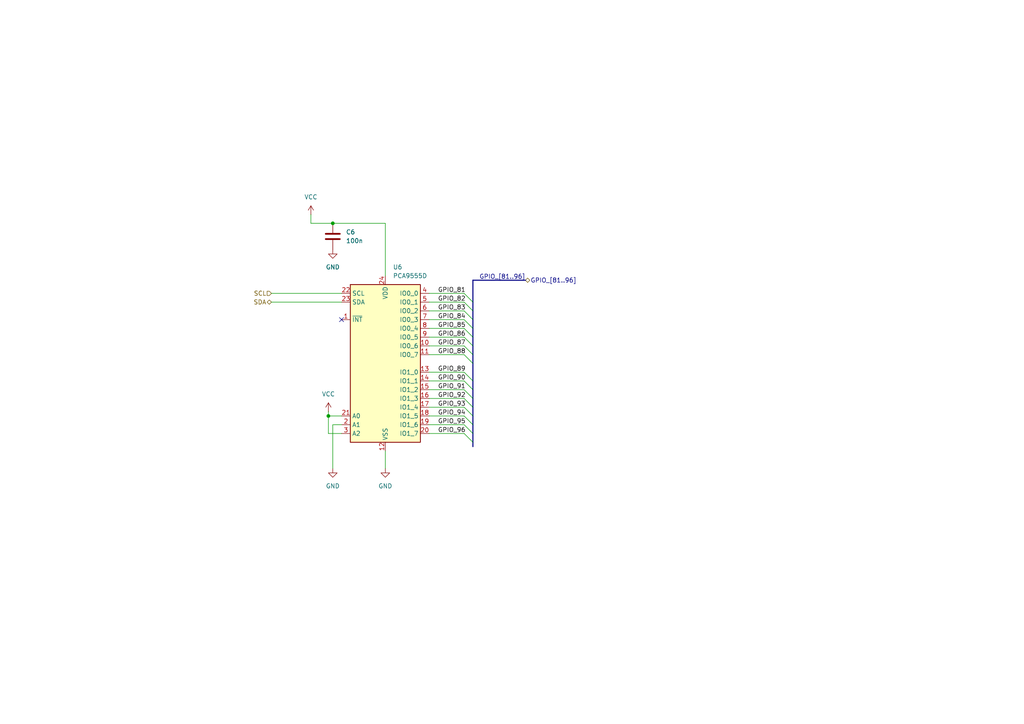
<source format=kicad_sch>
(kicad_sch (version 20231120) (generator "eeschema") (generator_version "8.0")
  (paper "A4")
  (lib_symbols
    (symbol "Device:C" (pin_numbers hide) (pin_names (offset 0.254))
      (property "Reference" "C" (at 0.635 2.54 0))
      (property "Value" "C" (at 0.635 -2.54 0))
      (symbol "C_0_1"
        (polyline (pts (xy -2.032 -0.762) (xy 2.032 -0.762)) (stroke (width 0.508)))
        (polyline (pts (xy -2.032 0.762) (xy 2.032 0.762)) (stroke (width 0.508)))
      )
      (symbol "C_1_1"
        (pin passive line (at 0 3.81 270) (length 2.794) (name "~") (number "1"))
        (pin passive line (at 0 -3.81 90) (length 2.794) (name "~") (number "2"))
      )
    )
    (symbol "Interface_Expansion:PCA9555D"
      (property "Reference" "U" (at -8.89 24.13 0))
      (property "Value" "PCA9555D" (at 6.35 24.13 0))
      (symbol "PCA9555D_0_1"
        (rectangle (start -10.16 22.86) (end 10.16 -22.86) (stroke (width 0.254)) (fill (type background)))
      )
      (symbol "PCA9555D_1_1"
        (pin open_collector line (at -12.7 12.7 0) (length 2.54) (name "~{INT}") (number "1"))
        (pin bidirectional line (at 12.7 5.08 180) (length 2.54) (name "IO0_6") (number "10"))
        (pin bidirectional line (at 12.7 2.54 180) (length 2.54) (name "IO0_7") (number "11"))
        (pin power_in line (at 0 -25.4 90) (length 2.54) (name "VSS") (number "12"))
        (pin bidirectional line (at 12.7 -2.54 180) (length 2.54) (name "IO1_0") (number "13"))
        (pin bidirectional line (at 12.7 -5.08 180) (length 2.54) (name "IO1_1") (number "14"))
        (pin bidirectional line (at 12.7 -7.62 180) (length 2.54) (name "IO1_2") (number "15"))
        (pin bidirectional line (at 12.7 -10.16 180) (length 2.54) (name "IO1_3") (number "16"))
        (pin bidirectional line (at 12.7 -12.7 180) (length 2.54) (name "IO1_4") (number "17"))
        (pin bidirectional line (at 12.7 -15.24 180) (length 2.54) (name "IO1_5") (number "18"))
        (pin bidirectional line (at 12.7 -17.78 180) (length 2.54) (name "IO1_6") (number "19"))
        (pin input line (at -12.7 -17.78 0) (length 2.54) (name "A1") (number "2"))
        (pin bidirectional line (at 12.7 -20.32 180) (length 2.54) (name "IO1_7") (number "20"))
        (pin input line (at -12.7 -15.24 0) (length 2.54) (name "A0") (number "21"))
        (pin input line (at -12.7 20.32 0) (length 2.54) (name "SCL") (number "22"))
        (pin bidirectional line (at -12.7 17.78 0) (length 2.54) (name "SDA") (number "23"))
        (pin power_in line (at 0 25.4 270) (length 2.54) (name "VDD") (number "24"))
        (pin input line (at -12.7 -20.32 0) (length 2.54) (name "A2") (number "3"))
        (pin bidirectional line (at 12.7 20.32 180) (length 2.54) (name "IO0_0") (number "4"))
        (pin bidirectional line (at 12.7 17.78 180) (length 2.54) (name "IO0_1") (number "5"))
        (pin bidirectional line (at 12.7 15.24 180) (length 2.54) (name "IO0_2") (number "6"))
        (pin bidirectional line (at 12.7 12.7 180) (length 2.54) (name "IO0_3") (number "7"))
        (pin bidirectional line (at 12.7 10.16 180) (length 2.54) (name "IO0_4") (number "8"))
        (pin bidirectional line (at 12.7 7.62 180) (length 2.54) (name "IO0_5") (number "9"))
      )
    )
    (symbol "power:GND" (power) (pin_numbers hide) (pin_names (offset 0) hide)
      (property "Value" "GND" (at 0 -3.81 0))
      (symbol "GND_0_1"
        (polyline (pts (xy 0 0) (xy 0 -1.27) (xy 1.27 -1.27) (xy 0 -2.54) (xy -1.27 -1.27) (xy 0 -1.27)))
      )
      (symbol "GND_1_1"
        (pin power_in line (at 0 0 270) (length 0) (name "~") (number "1"))
      )
    )
    (symbol "power:VCC" (power) (pin_numbers hide) (pin_names (offset 0) hide)
      (property "Value" "VCC" (at 0 3.556 0))
      (symbol "VCC_0_1"
        (polyline (pts (xy -0.762 1.27) (xy 0 2.54)))
        (polyline (pts (xy 0 0) (xy 0 2.54)))
        (polyline (pts (xy 0 2.54) (xy 0.762 1.27)))
      )
      (symbol "VCC_1_1"
        (pin power_in line (at 0 0 90) (length 0) (name "~") (number "1"))
      )
    )
  )
  (junction (at 95.25 120.65))
  (junction (at 96.52 64.77))
  (no_connect (at 99.06 92.71))
  (bus_entry (at 134.62 87.63) (size 2.54 2.54))
  (bus_entry (at 134.62 107.95) (size 2.54 2.54))
  (bus_entry (at 134.62 102.87) (size 2.54 2.54))
  (bus_entry (at 134.62 110.49) (size 2.54 2.54))
  (bus_entry (at 134.62 85.09) (size 2.54 2.54))
  (bus_entry (at 134.62 113.03) (size 2.54 2.54))
  (bus_entry (at 134.62 100.33) (size 2.54 2.54))
  (bus_entry (at 134.62 115.57) (size 2.54 2.54))
  (bus_entry (at 134.62 123.19) (size 2.54 2.54))
  (bus_entry (at 134.62 92.71) (size 2.54 2.54))
  (bus_entry (at 134.62 125.73) (size 2.54 2.54))
  (bus_entry (at 134.62 118.11) (size 2.54 2.54))
  (bus_entry (at 134.62 97.79) (size 2.54 2.54))
  (bus_entry (at 134.62 95.25) (size 2.54 2.54))
  (bus_entry (at 134.62 90.17) (size 2.54 2.54))
  (bus_entry (at 134.62 120.65) (size 2.54 2.54))
  (bus (pts (xy 137.16 102.87) (xy 137.16 105.41)))
  (wire (pts (xy 95.25 120.65) (xy 99.06 120.65)))
  (wire (pts (xy 95.25 125.73) (xy 95.25 120.65)))
  (wire (pts (xy 111.76 130.81) (xy 111.76 135.89)))
  (wire (pts (xy 99.06 123.19) (xy 96.52 123.19)))
  (bus (pts (xy 137.16 120.65) (xy 137.16 123.19)))
  (wire (pts (xy 90.17 64.77) (xy 90.17 62.23)))
  (wire (pts (xy 78.74 85.09) (xy 99.06 85.09)))
  (wire (pts (xy 124.46 107.95) (xy 134.62 107.95)))
  (wire (pts (xy 124.46 120.65) (xy 134.62 120.65)))
  (bus (pts (xy 137.16 125.73) (xy 137.16 128.27)))
  (bus (pts (xy 137.16 110.49) (xy 137.16 113.03)))
  (wire (pts (xy 124.46 85.09) (xy 134.62 85.09)))
  (wire (pts (xy 99.06 125.73) (xy 95.25 125.73)))
  (wire (pts (xy 124.46 110.49) (xy 134.62 110.49)))
  (wire (pts (xy 124.46 95.25) (xy 134.62 95.25)))
  (wire (pts (xy 78.74 87.63) (xy 99.06 87.63)))
  (bus (pts (xy 137.16 113.03) (xy 137.16 115.57)))
  (wire (pts (xy 111.76 64.77) (xy 96.52 64.77)))
  (wire (pts (xy 124.46 102.87) (xy 134.62 102.87)))
  (bus (pts (xy 137.16 92.71) (xy 137.16 95.25)))
  (wire (pts (xy 111.76 80.01) (xy 111.76 64.77)))
  (wire (pts (xy 124.46 118.11) (xy 134.62 118.11)))
  (bus (pts (xy 137.16 81.28) (xy 137.16 87.63)))
  (bus (pts (xy 137.16 95.25) (xy 137.16 97.79)))
  (bus (pts (xy 137.16 97.79) (xy 137.16 100.33)))
  (wire (pts (xy 124.46 123.19) (xy 134.62 123.19)))
  (bus (pts (xy 137.16 118.11) (xy 137.16 120.65)))
  (bus (pts (xy 137.16 115.57) (xy 137.16 118.11)))
  (wire (pts (xy 96.52 123.19) (xy 96.52 135.89)))
  (wire (pts (xy 95.25 119.38) (xy 95.25 120.65)))
  (wire (pts (xy 124.46 113.03) (xy 134.62 113.03)))
  (wire (pts (xy 124.46 87.63) (xy 134.62 87.63)))
  (wire (pts (xy 124.46 115.57) (xy 134.62 115.57)))
  (bus (pts (xy 137.16 87.63) (xy 137.16 90.17)))
  (wire (pts (xy 96.52 64.77) (xy 90.17 64.77)))
  (wire (pts (xy 124.46 97.79) (xy 134.62 97.79)))
  (wire (pts (xy 124.46 92.71) (xy 134.62 92.71)))
  (wire (pts (xy 124.46 90.17) (xy 134.62 90.17)))
  (wire (pts (xy 124.46 100.33) (xy 134.62 100.33)))
  (bus (pts (xy 137.16 90.17) (xy 137.16 92.71)))
  (bus (pts (xy 152.4 81.28) (xy 137.16 81.28)))
  (bus (pts (xy 137.16 105.41) (xy 137.16 110.49)))
  (bus (pts (xy 137.16 123.19) (xy 137.16 125.73)))
  (bus (pts (xy 137.16 100.33) (xy 137.16 102.87)))
  (wire (pts (xy 124.46 125.73) (xy 134.62 125.73)))
  (bus (pts (xy 137.16 128.27) (xy 137.16 129.54)))
  (label "GPIO_90" (at 127 110.49 0))
  (label "GPIO_[81..96]" (at 152.4 81.28 180))
  (label "GPIO_87" (at 127 100.33 0))
  (label "GPIO_86" (at 127 97.79 0))
  (label "GPIO_91" (at 127 113.03 0))
  (label "GPIO_89" (at 127 107.95 0))
  (label "GPIO_88" (at 127 102.87 0))
  (label "GPIO_82" (at 127 87.63 0))
  (label "GPIO_81" (at 127 85.09 0))
  (label "GPIO_84" (at 127 92.71 0))
  (label "GPIO_83" (at 127 90.17 0))
  (label "GPIO_94" (at 127 120.65 0))
  (label "GPIO_93" (at 127 118.11 0))
  (label "GPIO_95" (at 127 123.19 0))
  (label "GPIO_96" (at 127 125.73 0))
  (label "GPIO_85" (at 127 95.25 0))
  (label "GPIO_92" (at 127 115.57 0))
  (hierarchical_label "SDA" (shape bidirectional) (at 78.74 87.63 180))
  (hierarchical_label "GPIO_[81..96]" (shape bidirectional) (at 152.4 81.28 0))
  (hierarchical_label "SCL" (shape input) (at 78.74 85.09 180))
  (symbol (lib_id "Interface_Expansion:PCA9555D") (at 111.76 105.41 0) (unit 1)
    (property "Reference" "U6" (at 113.9541 77.47 0) (effects (justify left)))
    (property "Value" "PCA9555D" (at 113.9541 80.01 0) (effects (justify left)))
    (property "Footprint" "Package_SO:SOIC-24W_7.5x15.4mm_P1.27mm" (effects (hide yes)))
    (property "Datasheet" "https://www.nxp.com/docs/en/data-sheet/PCA9555.pdf" (effects (hide yes)))
    (property "Description" "IO expander 16 GPIO, I2C 400kHz, Interrupt, 2.3 - 5.5V, SOIC-24" (effects (hide yes)))
  )
  (symbol (lib_id "power:VCC") (at 95.25 119.38 0) (unit 1)
    (property "Reference" "#PWR025" (effects (hide yes)))
    (property "Value" "VCC" (at 95.25 114.3 0))
    (property "Description" "Power symbol creates a global label with name \"VCC\"" (effects (hide yes)))
  )
  (symbol (lib_id "power:GND") (at 111.76 135.89 0) (unit 1)
    (property "Reference" "#PWR032" (effects (hide yes)))
    (property "Value" "GND" (at 111.76 140.97 0))
    (property "Description" "Power symbol creates a global label with name \"GND\" , ground" (effects (hide yes)))
  )
  (symbol (lib_id "power:GND") (at 96.52 72.39 0) (unit 1)
    (property "Reference" "#PWR026" (effects (hide yes)))
    (property "Value" "GND" (at 96.52 77.47 0))
    (property "Description" "Power symbol creates a global label with name \"GND\" , ground" (effects (hide yes)))
  )
  (symbol (lib_id "Device:C") (at 96.52 68.58 0) (unit 1)
    (property "Reference" "C6" (at 100.33 67.3099 0) (effects (justify left)))
    (property "Value" "100n" (at 100.33 69.8499 0) (effects (justify left)))
    (property "Footprint" "Capacitor_SMD:C_0603_1608Metric_Pad1.08x0.95mm_HandSolder" (effects (hide yes)))
    (property "Description" "Unpolarized capacitor" (effects (hide yes)))
  )
  (symbol (lib_id "power:GND") (at 96.52 135.89 0) (unit 1)
    (property "Reference" "#PWR031" (effects (hide yes)))
    (property "Value" "GND" (at 96.52 140.97 0))
    (property "Description" "Power symbol creates a global label with name \"GND\" , ground" (effects (hide yes)))
  )
  (symbol (lib_id "power:VCC") (at 90.17 62.23 0) (unit 1)
    (property "Reference" "#PWR024" (effects (hide yes)))
    (property "Value" "VCC" (at 90.17 57.15 0))
    (property "Description" "Power symbol creates a global label with name \"VCC\"" (effects (hide yes)))
  )
)
</source>
